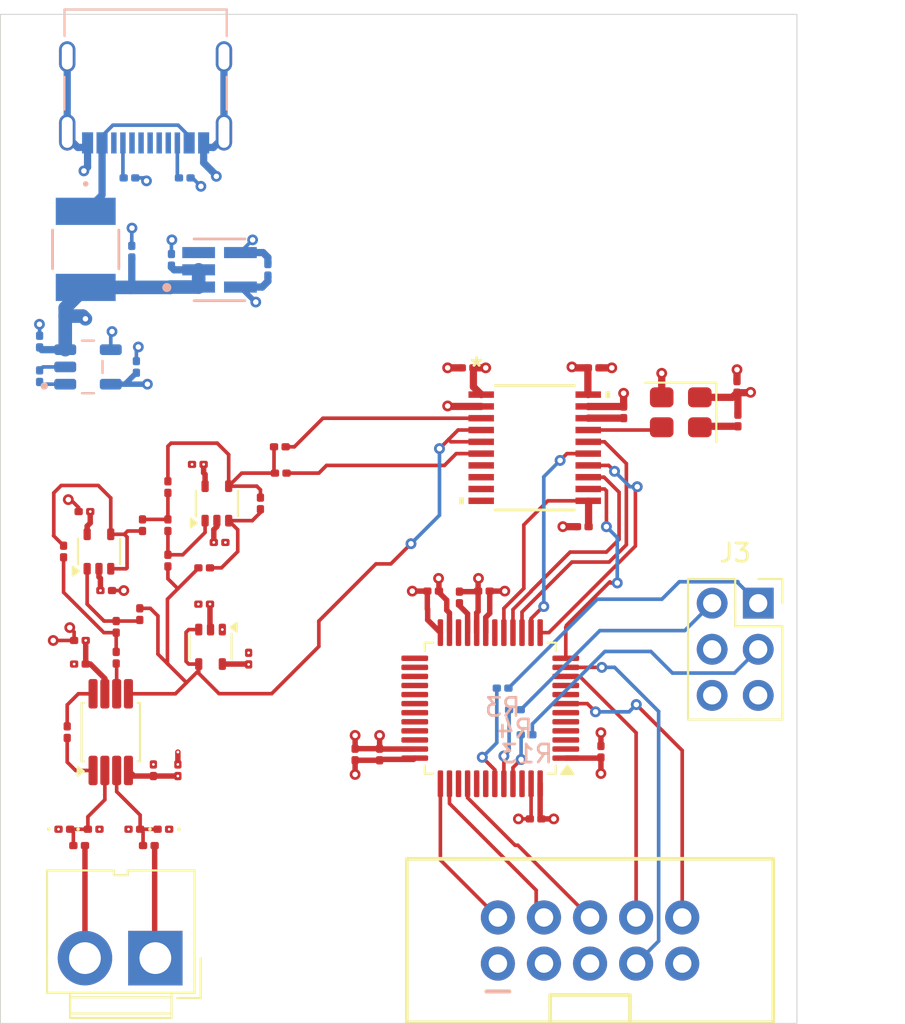
<source format=kicad_pcb>
(kicad_pcb (version 20241229) (generator "pcbnew") (generator_version "9.0")
  (title_block (title "PCB LAYOUT") (date "2026-01-04") (rev "0"))
  (layers (0 "F.Cu" signal) (4 "In1.Cu" signal) (6 "In2.Cu" signal) (2 "B.Cu" signal) (13 "F.Paste" user) (15 "B.Paste" user) (5 "F.SilkS" user "F.Silkscreen") (7 "B.SilkS" user "B.Silkscreen") (1 "F.Mask" user) (3 "B.Mask" user) (25 "Edge.Cuts" user))
  (net 0 "")
  (net 1 "-5V")
  (net 2 "GND")
  (net 3 "+5V")
  (net 4 "Net-(D3-A)")
  (net 5 "Net-(C10-Pad1)")
  (net 6 "Net-(U3-+)")
  (net 7 "Net-(D1-A)")
  (net 8 "/AFE/AFE_OUT")
  (net 9 "Net-(C21-Pad1)")
  (net 10 "Net-(U5-+)")
  (net 11 "V_Ref")
  (net 12 "3v3")
  (net 13 "Net-(U7-CFLY+)")
  (net 14 "Net-(U7-CFLY-)")
  (net 15 "Net-(U8-CAP)")
  (net 16 "Net-(U8-AIN0P)")
  (net 17 "Net-(Y1-Vdd)")
  (net 18 "Net-(U8-AIN1P)")
  (net 19 "/Power Supply System/V_BUS")
  (net 20 "Net-(J1-CC2)")
  (net 24 "Net-(J1-CC1)")
  (net 28 "Net-(J2-Pin_1)")
  (net 29 "Net-(J2-Pin_2)")
  (net 30 "Net-(C9-Pad1)")
  (net 31 "Net-(R5-Pad2)")
  (net 32 "Net-(R5-Pad1)")
  (net 33 "Net-(U3--)")
  (net 34 "Net-(U5--)")
  (net 35 "Net-(U11-VDDA)")
  (net 40 "/CLKIN")
  (net 51 "Net-(J3-Pin_3)")
  (net 53 "Net-(J3-Pin_2)")
  (net 57 "Net-(J3-Pin_1)")
  (net 68 "/*SYNC{slash}*RESET")
  (net 69 "/*CS")
  (net 70 "/DIN")
  (net 71 "/DOUT")
  (net 72 "/SCLK")
  (net 73 "/*DRDY")
  (net 74 "/RXI")
  (net 75 "/SWCLK")
  (net 76 "/SWDIO")
  (net 77 "/TXO")
  (net 78 "/RESET")
  (net 79 "/SWO")
  (net 80 "Net-(U11-PB6)")
  (net 81 "Net-(U11-PB7)")
  (net 82 "Net-(U11-PB8)")
  (footprint "Package_TO_SOT_SMD:SOT-353_SC-70-5" (layer "F.Cu") (at 139.21 96.05375 -90)
    (property "Reference" "U2" (hide yes))
    (property "Value" "OPA333xxDCK" (hide yes))
  )
  (footprint "Capacitor_SMD:C_0201_0603Metric" (layer "F.Cu") (at 136.06 102.85375 -90)
    (property "Reference" "C1" (hide yes))
    (property "Value" "0.1uF" (hide yes))
  )
  (footprint "Capacitor_SMD:C_0201_0603Metric" (layer "F.Cu") (at 161.98 83.135 -90)
    (property "Reference" "C40" (hide yes))
    (property "Value" "220uF" (hide yes))
  )
  (footprint "Capacitor_SMD:C_0201_0603Metric" (layer "F.Cu") (at 153.38 80.685 180)
    (property "Reference" "C36" (hide yes))
    (property "Value" "0.1uF" (hide yes))
  )
  (footprint "Capacitor_SMD:C_0201_0603Metric" (layer "F.Cu") (at 136.86 87.25375 90)
    (property "Reference" "C21" (hide yes))
    (property "Value" "0.1uF" (hide yes))
  )
  (footprint "Capacitor_SMD:C_0201_0603Metric" (layer "F.Cu") (at 132.01 97.00375)
    (property "Reference" "C4" (hide yes))
    (property "Value" "10uF" (hide yes))
  )
  (footprint "Diode_SMD:D_0201_0603Metric" (layer "F.Cu") (at 131.15125 106.10375)
    (property "Reference" "D1" (hide yes))
    (property "Value" "D_Schottky_Small_Filled" (hide yes))
  )
  (footprint "ARM-JTAG-SWD:ARM-JTAG-10-SWD-IDC" (layer "F.Cu") (at 160.13 112.235 90)
    (property "Reference" "U12" (hide yes))
    (property "Value" "ARM-JTAG-SWD" (hide yes))
  )
  (footprint "Capacitor_SMD:C_0201_0603Metric" (layer "F.Cu") (at 137.41 102.85375 -90)
    (property "Reference" "C2" (hide yes))
    (property "Value" "10uF" (hide yes))
  )
  (footprint "Resistor_SMD:R_0201_0603Metric" (layer "F.Cu") (at 135.31 94.25375 90)
    (property "Reference" "R1" (hide yes))
    (property "Value" "150K" (hide yes))
  )
  (footprint "Capacitor_SMD:C_0201_0603Metric" (layer "F.Cu") (at 139.71 90.30375 180)
    (property "Reference" "C25" (hide yes))
    (property "Value" "0.1uF" (hide yes))
  )
  (footprint "Resistor_SMD:R_0201_0603Metric" (layer "F.Cu") (at 135.81 107.00375 180)
    (property "Reference" "R7" (hide yes))
    (property "Value" "100K" (hide yes))
  )
  (footprint "Resistor_SMD:R_0201_0603Metric" (layer "F.Cu") (at 143.08 86.485)
    (property "Reference" "R20" (hide yes))
    (property "Value" "1K" (hide yes))
  )
  (footprint "Resistor_SMD:R_0201_0603Metric" (layer "F.Cu") (at 136.86 89.35375 -90)
    (property "Reference" "R9" (hide yes))
    (property "Value" "9.11K" (hide yes))
  )
  (footprint "Capacitor_SMD:C_0201_0603Metric" (layer "F.Cu") (at 132.26 88.60375)
    (property "Reference" "C12" (hide yes))
    (property "Value" "0.1uF" (hide yes))
  )
  (footprint "Capacitor_SMD:C_0201_0603Metric" (layer "F.Cu") (at 141.31 96.70375 -90)
    (property "Reference" "C8" (hide yes))
    (property "Value" "0.1uF" (hide yes))
  )
  (footprint "Package_SO:VSSOP-8_3x3mm_P0.65mm" (layer "F.Cu") (at 133.71 100.75375 90)
    (property "Reference" "U1" (hide yes))
    (property "Value" "INA333xxDGK" (hide yes))
  )
  (footprint "Resistor_SMD:R_0201_0603Metric" (layer "F.Cu") (at 131.96875 107.00375 180)
    (property "Reference" "R6" (hide yes))
    (property "Value" "100K" (hide yes))
  )
  (footprint "Resistor_SMD:R_0201_0603Metric" (layer "F.Cu") (at 138.86 91.70375 180)
    (property "Reference" "R19" (hide yes))
    (property "Value" "10K" (hide yes))
  )
  (footprint "Resistor_SMD:R_0201_0603Metric" (layer "F.Cu") (at 141.96 88.15375 90)
    (property "Reference" "R18" (hide yes))
    (property "Value" "40K" (hide yes))
  )
  (footprint "Diode_SMD:D_0201_0603Metric" (layer "F.Cu") (at 135.01 106.10375 180)
    (property "Reference" "D4" (hide yes))
    (property "Value" "D_Schottky_Small_Filled" (hide yes))
  )
  (footprint "Capacitor_SMD:C_0201_0603Metric" (layer "F.Cu") (at 133.46 92.95375 180)
    (property "Reference" "C13" (hide yes))
    (property "Value" "0.1uF" (hide yes))
  )
  (footprint "Resistor_SMD:R_0201_0603Metric" (layer "F.Cu") (at 152.93 93.335 -90)
    (property "Reference" "R22" (hide yes))
    (property "Value" "10" (hide yes))
  )
  (footprint "Resistor_SMD:R_0201_0603Metric" (layer "F.Cu") (at 143.03 85.035)
    (property "Reference" "R10" (hide yes))
    (property "Value" "1K" (hide yes))
  )
  (footprint "Resistor_SMD:R_0201_0603Metric" (layer "F.Cu") (at 131.31 100.75375 90)
    (property "Reference" "R5" (hide yes))
    (property "Value" "2K" (hide yes))
  )
  (footprint "ADS131M02:TSSOP20_PW_TEX" (layer "F.Cu") (at 157.08 85.085)
    (property "Reference" "U8" (hide yes))
    (property "Value" "ADS131M02IPWR" (hide yes))
  )
  (footprint "Capacitor_SMD:C_0201_0603Metric" (layer "F.Cu") (at 134.01 94.95375 90)
    (property "Reference" "C10" (hide yes))
    (property "Value" "0.1uF" (hide yes))
  )
  (footprint "Connector:JWT_A3963_1x02_P3.96mm_Vertical" (layer "F.Cu") (at 136.1675 113.20375 180)
    (property "Reference" "J2" (hide yes))
    (property "Value" "Conn_01x02_Pin" (hide yes))
  )
  (footprint "Package_TO_SOT_SMD:SOT-353_SC-70-5" (layer "F.Cu") (at 133.06 90.80375 90)
    (property "Reference" "U3" (hide yes))
    (property "Value" "OPA333xxDCK" (hide yes))
  )
  (footprint "Oscillator:Oscillator_SMD_Abracon_ASE-4Pin_3.2x2.5mm" (layer "F.Cu") (at 165.13 83.135 180)
    (property "Reference" "Y1" (hide yes))
    (property "Value" "ASE-8192MHz" (hide yes))
  )
  (footprint "Capacitor_SMD:C_0201_0603Metric" (layer "F.Cu") (at 151.48 92.985 180)
    (property "Reference" "C46" (hide yes))
    (property "Value" "100nF" (hide yes))
  )
  (footprint "Capacitor_SMD:C_0201_0603Metric" (layer "F.Cu") (at 148.53 101.985 -90)
    (property "Reference" "C44" (hide yes))
    (property "Value" "100nF" (hide yes))
  )
  (footprint "Resistor_SMD:R_0201_0603Metric" (layer "F.Cu") (at 135.46 89.35375 90)
    (property "Reference" "R8" (hide yes))
    (property "Value" "1.37K" (hide yes))
  )
  (footprint "Diode_SMD:D_0201_0603Metric" (layer "F.Cu") (at 136.61 106.10375 180)
    (property "Reference" "D3" (hide yes))
    (property "Value" "D_Schottky_Small_Filled" (hide yes))
  )
  (footprint "Capacitor_SMD:C_0201_0603Metric" (layer "F.Cu") (at 138.86 93.70375)
    (property "Reference" "C5" (hide yes))
    (property "Value" "0.1uF" (hide yes))
  )
  (footprint "Capacitor_SMD:C_0201_0603Metric" (layer "F.Cu") (at 132.01 95.70375)
    (property "Reference" "C3" (hide yes))
    (property "Value" "0.1uF" (hide yes))
  )
  (footprint "Capacitor_SMD:C_0201_0603Metric" (layer "F.Cu") (at 138.51 86.00375)
    (property "Reference" "C24" (hide yes))
    (property "Value" "0.1uF" (hide yes))
  )
  (footprint "Capacitor_SMD:C_0201_0603Metric" (layer "F.Cu") (at 168.28 83.585 -90)
    (property "Reference" "C42" (hide yes))
    (property "Value" "100nF" (hide yes))
  )
  (footprint "Diode_SMD:D_0201_0603Metric" (layer "F.Cu") (at 132.76875 106.10375)
    (property "Reference" "D2" (hide yes))
    (property "Value" "D_Schottky_Small_Filled" (hide yes))
  )
  (footprint "Capacitor_SMD:C_0201_0603Metric" (layer "F.Cu") (at 154.28 92.985 180)
    (property "Reference" "C45" (hide yes))
    (property "Value" "100nF" (hide yes))
  )
  (footprint "Resistor_SMD:R_0201_0603Metric" (layer "F.Cu") (at 131.11 90.80375 90)
    (property "Reference" "R2" (hide yes))
    (property "Value" "75K" (hide yes))
  )
  (footprint "Capacitor_SMD:C_0201_0603Metric" (layer "F.Cu") (at 157.13 105.535 180)
    (property "Reference" "C48" (hide yes))
    (property "Value" "100nF" (hide yes))
  )
  (footprint "Package_QFP:LQFP-48_7x7mm_P0.5mm" (layer "F.Cu") (at 154.63 99.435 180)
    (property "Reference" "U11" (hide yes))
    (property "Value" "STM32G431CBTx" (hide yes))
  )
  (footprint "Package_TO_SOT_SMD:SOT-353_SC-70-5" (layer "F.Cu") (at 139.56 88.15375 90)
    (property "Reference" "U5" (hide yes))
    (property "Value" "OPA333xxDCK" (hide yes))
  )
  (footprint "Capacitor_SMD:C_0201_0603Metric" (layer "F.Cu") (at 147.18 101.985 -90)
    (property "Reference" "C47" (hide yes))
    (property "Value" "1uF" (hide yes))
  )
  (footprint "Connector_PinSocket_2.54mm:PinSocket_2x03_P2.54mm_Vertical" (layer "F.Cu") (at 169.4 93.65)
    (property "Reference" "J3")
    (property "Value" "Conn_02x03_Top_Bottom")
  )
  (footprint "Capacitor_SMD:C_0201_0603Metric" (layer "F.Cu") (at 160.33 80.685)
    (property "Reference" "C34" (hide yes))
    (property "Value" "0.1uF" (hide yes))
  )
  (footprint "Capacitor_SMD:C_0201_0603Metric" (layer "F.Cu") (at 160.73 101.835 -90)
    (property "Reference" "C6" (hide yes))
    (property "Value" "0.1uF" (hide yes))
  )
  (footprint "Capacitor_SMD:C_0201_0603Metric" (layer "F.Cu") (at 136.86 91.30375 90)
    (property "Reference" "C22" (hide yes))
    (property "Value" "0.1uF" (hide yes))
  )
  (footprint "Resistor_SMD:R_0201_0603Metric" (layer "F.Cu") (at 159.73 89.435 180)
    (property "Reference" "R21" (hide yes))
    (property "Value" "10K" (hide yes))
  )
  (footprint "Capacitor_SMD:C_0201_0603Metric" (layer "F.Cu") (at 168.23 81.735 90)
    (property "Reference" "C39" (hide yes))
    (property "Value" "0.1uF" (hide yes))
  )
  (footprint "Capacitor_SMD:C_0201_0603Metric" (layer "F.Cu") (at 134.01 96.65375 90)
    (property "Reference" "C9" (hide yes))
    (property "Value" "0.1uF" (hide yes))
  )
  (footprint "TPS604:SOT95P280X145-5N" (layer "B.Cu") (at 132.456 80.635)
    (property "Reference" "U7" (hide yes))
    (property "Value" "TPS60403DBVR" (hide yes))
  )
  (footprint "Resistor_SMD:R_0201_0603Metric" (layer "B.Cu") (at 137.79 70.221)
    (property "Reference" "R11" (hide yes))
    (property "Value" "5.1K" (hide yes))
  )
  (footprint "TPS7A:DBV0005A-IPC_A" (layer "B.Cu") (at 139.705242 75.284999)
    (property "Reference" "U6" (hide yes))
    (property "Value" "TPS7A2033PDBVR" (hide yes))
  )
  (footprint "Resistor_SMD:R_0201_0603Metric" (layer "B.Cu") (at 155.31 98.33)
    (property "Reference" "R3")
    (property "Value" "100" (hide yes))
  )
  (footprint "Capacitor_SMD:C_0201_0603Metric" (layer "B.Cu") (at 129.789 81.143 90)
    (property "Reference" "C31" (hide yes))
    (property "Value" "10uF" (hide yes))
  )
  (footprint "Resistor_SMD:R_0201_0603Metric" (layer "B.Cu") (at 155.99 99.52)
    (property "Reference" "R4")
    (property "Value" "100" (hide yes))
  )
  (footprint "Capacitor_SMD:C_0201_0603Metric" (layer "B.Cu") (at 134.869 74.285 90)
    (property "Reference" "C28" (hide yes))
    (property "Value" "10uF" (hide yes))
  )
  (footprint "Resistor_SMD:R_0201_0603Metric" (layer "B.Cu") (at 134.742 70.221)
    (property "Reference" "R12" (hide yes))
    (property "Value" "5.1K" (hide yes))
  )
  (footprint "Capacitor_SMD:C_0201_0603Metric" (layer "B.Cu") (at 129.789 79.238 90)
    (property "Reference" "C30" (hide yes))
    (property "Value" "10uF" (hide yes))
  )
  (footprint "Capacitor_SMD:C_0201_0603Metric" (layer "B.Cu") (at 137.055242 74.734999 90)
    (property "Reference" "C27" (hide yes))
    (property "Value" "10uF" (hide yes))
  )
  (footprint "Resistor_SMD:R_0201_0603Metric" (layer "B.Cu") (at 156.63 100.9)
    (property "Reference" "R13")
    (property "Value" "100" (hide yes))
  )
  (footprint "Capacitor_SMD:C_0201_0603Metric" (layer "B.Cu") (at 135.123 80.635 90)
    (property "Reference" "C32" (hide yes))
    (property "Value" "10uF" (hide yes))
  )
  (footprint "MF-MSM:FUSE_F050-2" (layer "B.Cu") (at 132.329 74.158 -90)
    (property "Reference" "F1" (hide yes))
    (property "Value" "MF-MSMF050-2" (hide yes))
  )
  (footprint "Connector_USB:USB_C_Receptacle_Palconn_UTC16-G" (layer "B.Cu") (at 135.631 65.785)
    (property "Reference" "J1" (hide yes))
    (property "Value" "USB_C_Receptacle_Palconn_UTC16-G" (hide yes))
  )
  (footprint "Capacitor_SMD:C_0201_0603Metric" (layer "B.Cu") (at 142.372242 75.284999 90)
    (property "Reference" "C29" (hide yes))
    (property "Value" "10uF" (hide yes))
  )
  (gr_rect (start 127.63 61.212) (end 171.534 116.8) (stroke (width 0.05)) (fill no) (layer "Edge.Cuts"))
  (segment (start 139.18 95.07375) (end 139.21 95.10375) (width 0.3) (layer "F.Cu") (net 1))
  (segment (start 139.18 93.70375) (end 139.18 95.07375) (width 0.3) (layer "F.Cu") (net 1))
  (segment (start 133.06 92.20375) (end 133.14 92.28375) (width 0.3) (layer "F.Cu") (net 1))
  (segment (start 133.06 91.75375) (end 133.06 92.20375) (width 0.3) (layer "F.Cu") (net 1))
  (segment (start 139.56 89.428749) (end 139.39 89.598749) (width 0.3) (layer "F.Cu") (net 1))
  (segment (start 139.56 89.10375) (end 139.56 89.428749) (width 0.3) (layer "F.Cu") (net 1))
  (segment (start 134.685 102.86625) (end 134.9925 103.17375) (width 0.3) (layer "F.Cu") (net 1))
  (segment (start 134.9925 103.17375) (end 136.06 103.17375) (width 0.3) (layer "F.Cu") (net 1))
  (segment (start 136.06 103.17375) (end 137.41 103.17375) (width 0.3) (layer "F.Cu") (net 1))
  (segment (start 133.14 92.28375) (end 133.14 92.95375) (width 0.3) (layer "F.Cu") (net 1))
  (segment (start 139.39 89.598749) (end 139.39 90.30375) (width 0.3) (layer "F.Cu") (net 1))
  (via blind (at 137.41 103.17375) (size 0.25) (drill 0.15) (layers "F.Cu" "In2.Cu") (net 1))
  (via blind (at 139.18 93.70375) (size 0.25) (drill 0.15) (layers "F.Cu" "In2.Cu") (net 1))
  (via blind (at 139.39 90.30375) (size 0.25) (drill 0.15) (layers "F.Cu" "In2.Cu") (net 1))
  (via blind (at 133.14 92.95375) (size 0.25) (drill 0.15) (layers "F.Cu" "In2.Cu") (net 1))
  (via blind (at 134.69 106.10375) (size 0.25) (drill 0.15) (layers "F.Cu" "In2.Cu") (net 1))
  (via blind (at 133.08875 106.10375) (size 0.25) (drill 0.15) (layers "F.Cu" "In2.Cu") (net 1))
  (segment (start 135.73 81.585) (end 134.493 81.585) (width 0.3) (layer "B.Cu") (net 1))
  (segment (start 134.493 81.585) (end 135.123 80.955) (width 0.3) (layer "B.Cu") (net 1))
  (segment (start 133.711 81.585) (end 134.493 81.585) (width 0.3) (layer "B.Cu") (net 1))
  (segment (start 133.711 81.585) (end 133.73 81.585) (width 0.3) (layer "B.Cu") (net 1))
  (via blind (at 135.73 81.585) (size 0.6) (drill 0.3) (layers "In2.Cu" "B.Cu") (net 1))
  (segment (start 160.034947 82.815) (end 160.029948 82.810001) (width 0.4) (layer "F.Cu") (net 2))
  (segment (start 133.78 92.95375) (end 134.42875 92.95375) (width 0.2) (layer "F.Cu") (net 2))
  (segment (start 130.54 95.705) (end 130.53 95.715) (width 0.2) (layer "F.Cu") (net 2))
  (segment (start 131.5 87.945) (end 131.37 87.945) (width 0.2) (layer "F.Cu") (net 2))
  (segment (start 154.130052 82.810001) (end 152.305001 82.810001) (width 0.4) (layer "F.Cu") (net 2))
  (segment (start 161.98 82.815) (end 160.034947 82.815) (width 0.4) (layer "F.Cu") (net 2))
  (segment (start 168.23 80.785) (end 168.23 81.415) (width 0.4) (layer "F.Cu") (net 2))
  (segment (start 131.54 87.985) (end 131.94 88.385) (width 0.2) (layer "F.Cu") (net 2))
  (segment (start 164.08 80.985) (end 164.08 82.31) (width 0.4) (layer "F.Cu") (net 2))
  (segment (start 134.42875 92.95375) (end 134.43 92.955) (width 0.2) (layer "F.Cu") (net 2))
  (segment (start 154.6 92.985) (end 155.43 92.985) (width 0.3) (layer "F.Cu") (net 2))
  (segment (start 131.69 95.235) (end 131.45 94.995) (width 0.2) (layer "F.Cu") (net 2))
  (segment (start 152.23 93.485) (end 152.23 94.035) (width 0.3) (layer "F.Cu") (net 2))
  (segment (start 154.6 92.985) (end 154.6 94.210466) (width 0.3) (layer "F.Cu") (net 2))
  (segment (start 131.94 88.385) (end 131.94 88.60375) (width 0.2) (layer "F.Cu") (net 2))
  (segment (start 153.06 80.685) (end 152.28 80.685) (width 0.4) (layer "F.Cu") (net 2))
  (segment (start 151.8 92.985) (end 151.8 92.305) (width 0.3) (layer "F.Cu") (net 2))
  (segment (start 161.98 82.815) (end 161.98 82.085) (width 0.4) (layer "F.Cu") (net 2))
  (segment (start 131.68875 95.705) (end 130.54 95.705) (width 0.2) (layer "F.Cu") (net 2))
  (segment (start 137.41 101.85375) (end 137.41 102.53375) (width 0.3) (layer "F.Cu") (net 2))
  (segment (start 152.305001 82.810001) (end 152.28 82.785) (width 0.4) (layer "F.Cu") (net 2))
  (segment (start 156.88 103.5975) (end 156.88 105.465) (width 0.2) (layer "F.Cu") (net 2))
  (segment (start 154.38 94.430466) (end 154.38 95.2725) (width 0.3) (layer "F.Cu") (net 2))
  (segment (start 148.55 101.685) (end 148.53 101.665) (width 0.3) (layer "F.Cu") (net 2))
  (segment (start 156.88 105.465) (end 156.81 105.535) (width 0.2) (layer "F.Cu") (net 2))
  (segment (start 150.4675 101.685) (end 148.55 101.685) (width 0.3) (layer "F.Cu") (net 2))
  (segment (start 151.8 92.985) (end 151.8 93.055) (width 0.3) (layer "F.Cu") (net 2))
  (segment (start 152.38 94.185) (end 152.38 95.2725) (width 0.3) (layer "F.Cu") (net 2))
  (segment (start 152.23 94.035) (end 152.38 94.185) (width 0.3) (layer "F.Cu") (net 2))
  (segment (start 131.69 95.70375) (end 131.68875 95.705) (width 0.2) (layer "F.Cu") (net 2))
  (segment (start 160.73 101.515) (end 160.73 100.785) (width 0.3) (layer "F.Cu") (net 2))
  (segment (start 131.54 87.985) (end 131.5 87.945) (width 0.2) (layer "F.Cu") (net 2))
  (segment (start 148.53 101.665) (end 147.18 101.665) (width 0.3) (layer "F.Cu") (net 2))
  (segment (start 151.8 93.055) (end 152.23 93.485) (width 0.3) (layer "F.Cu") (net 2))
  (segment (start 151.8 92.305) (end 151.78 92.285) (width 0.3) (layer "F.Cu") (net 2))
  (segment (start 154.6 94.210466) (end 154.38 94.430466) (width 0.3) (layer "F.Cu") (net 2))
  (segment (start 148.53 100.935) (end 148.53 101.665) (width 0.3) (layer "F.Cu") (net 2))
  (segment (start 131.69 95.70375) (end 131.69 95.235) (width 0.2) (layer "F.Cu") (net 2))
  (segment (start 160.65 80.685) (end 161.33 80.685) (width 0.4) (layer "F.Cu") (net 2))
  (segment (start 147.18 100.935) (end 147.18 101.665) (width 0.3) (layer "F.Cu") (net 2))
  (segment (start 151.78 92.285) (end 151.761923 92.303077) (width 0.3) (layer "F.Cu") (net 2))
  (segment (start 156.81 105.535) (end 156.18 105.535) (width 0.2) (layer "F.Cu") (net 2))
  (via blind (at 136.06 102.53375) (size 0.25) (drill 0.15) (layers "F.Cu" "In1.Cu") (net 2))
  (via blind (at 134.43 92.955) (size 0.6) (drill 0.3) (layers "F.Cu" "In1.Cu") (net 2))
  (via blind (at 156.18 105.535) (size 0.6) (drill 0.3) (layers "F.Cu" "In1.Cu") (net 2))
  (via blind (at 137.41 101.85375) (size 0.25) (drill 0.15) (layers "F.Cu" "In1.Cu") (net 2))
  (via blind (at 139.86 95.10375) (size 0.25) (drill 0.15) (layers "F.Cu" "In1.Cu") (net 2))
  (via blind (at 148.53 100.935) (size 0.6) (drill 0.3) (layers "F.Cu" "In1.Cu") (net 2))
  (via blind (at 161.98 82.085) (size 0.6) (drill 0.3) (layers "F.Cu" "In1.Cu") (net 2))
  (via blind (at 151.78 92.285) (size 0.6) (drill 0.3) (layers "F.Cu" "In1.Cu") (net 2))
  (via blind (at 160.73 100.785) (size 0.6) (drill 0.3) (layers "F.Cu" "In1.Cu") (net 2))
  (via blind (at 152.28 80.685) (size 0.6) (drill 0.3) (layers "F.Cu" "In1.Cu") (net 2))
  (via blind (at 130.54 95.705) (size 0.6) (drill 0.3) (layers "F.Cu" "In1.Cu") (net 2))
  (via blind (at 131.37 87.945) (size 0.6) (drill 0.3) (layers "F.Cu" "In1.Cu") (net 2))
  (via blind (at 141.31 96.38375) (size 0.25) (drill 0.15) (layers "F.Cu" "In1.Cu") (net 2))
  (via blind (at 138.19 86.00375) (size 0.25) (drill 0.15) (layers "F.Cu" "In1.Cu") (net 2))
  (via blind (at 131.45 94.995) (size 0.6) (drill 0.3) (layers "F.Cu" "In1.Cu") (net 2))
  (via blind (at 161.33 80.685) (size 0.6) (drill 0.3) (layers "F.Cu" "In1.Cu") (net 2))
  (via blind (at 138.54 93.70375) (size 0.25) (drill 0.15) (layers "F.Cu" "In1.Cu") (net 2))
  (via blind (at 131.69 97.00375) (size 0.25) (drill 0.15) (layers "F.Cu" "In1.Cu") (net 2))
  (via blind (at 140.03 90.30375) (size 0.25) (drill 0.15) (layers "F.Cu" "In1.Cu") (net 2))
  (via blind (at 147.18 100.935) (size 0.6) (drill 0.3) (layers "F.Cu" "In1.Cu") (net 2))
  (via blind (at 155.43 92.985) (size 0.6) (drill 0.3) (layers "F.Cu" "In1.Cu") (net 2))
  (via blind (at 164.08 80.985) (size 0.6) (drill 0.3) (layers "F.Cu" "In1.Cu") (net 2))
  (via blind (at 152.28 82.785) (size 0.6) (drill 0.3) (layers "F.Cu" "In1.Cu") (net 2))
  (via blind (at 137.41 102.53375) (size 0.25) (drill 0.15) (layers "F.Cu" "In1.Cu") (net 2))
  (via blind (at 168.23 80.785) (size 0.6) (drill 0.3) (layers "F.Cu" "In1.Cu") (net 2))
  (segment (start 131.891 68.54) (end 131.311 67.96) (width 0.4) (layer "B.Cu") (net 2))
  (segment (start 139.28 69.835) (end 139.53 70.085) (width 0.4) (layer "B.Cu") (net 2))
  (segment (start 138.831 68.54) (end 138.831 69.386) (width 0.4) (layer "B.Cu") (net 2))
  (segment (start 137.055242 74.414999) (end 137.055242 73.659758) (width 0.2) (layer "B.Cu") (net 2))
  (segment (start 129.789 78.918) (end 129.789 78.294) (width 0.2) (layer "B.Cu") (net 2))
  (segment (start 140.855725 74.309275) (end 141.53 73.635) (width 0.2) (layer "B.Cu") (net 2))
  (segment (start 138.835 68.54) (end 139.371 68.54) (width 0.4) (layer "B.Cu") (net 2))
  (segment (start 160.13 113.505) (end 160.13 113.985) (width 0.75) (layer "B.Cu") (net 2))
  (segment (start 134.869 73.965) (end 134.869 72.996) (width 0.2) (layer "B.Cu") (net 2))
  (segment (start 133.711 79.685) (end 134.041 79.685) (width 0.2) (layer "B.Cu") (net 2))
  (segment (start 140.855725 74.334998) (end 141.742241 74.334998) (width 0.2) (layer "B.Cu") (net 2))
  (segment (start 138.831 68.54) (end 138.835 68.54) (width 0.4) (layer "B.Cu") (net 2))
  (segment (start 139.371 68.54) (end 139.951 67.96) (width 0.4) (layer "B.Cu") (net 2))
  (segment (start 129.789 78.294) (end 129.78 78.285) (width 0.2) (layer "B.Cu") (net 2))
  (segment (start 132.23 69.835) (end 132.431 69.634) (width 0.4) (layer "B.Cu") (net 2))
  (segment (start 138.11 70.221) (end 138.196101 70.221) (width 0.2) (layer "B.Cu") (net 2))
  (segment (start 134.041 79.685) (end 134.107 79.619) (width 0.2) (layer "B.Cu") (net 2))
  (segment (start 132.431 68.54) (end 131.891 68.54) (width 0.4) (layer "B.Cu") (net 2))
  (segment (start 133.711 79.685) (end 133.711 78.754) (width 0.2) (layer "B.Cu") (net 2))
  (segment (start 138.196101 70.221) (end 138.2 70.224899) (width 0.2) (layer "B.Cu") (net 2))
  (segment (start 140.855725 74.334998) (end 140.914241 74.334998) (width 0.2) (layer "B.Cu") (net 2))
  (segment (start 137.055242 74.414999) (end 137.018351 74.414999) (width 0.2) (layer "B.Cu") (net 2))
  (segment (start 135.062 70.221) (end 135.516 70.221) (width 0.2) (layer "B.Cu") (net 2))
  (segment (start 137.055242 73.659758) (end 137.08 73.635) (width 0.2) (layer "B.Cu") (net 2))
  (segment (start 131.311 67.96) (end 131.311 63.79) (width 0.4) (layer "B.Cu") (net 2))
  (segment (start 138.216 70.221) (end 138.68 70.685) (width 0.2) (layer "B.Cu") (net 2))
  (segment (start 138.11 70.221) (end 138.216 70.221) (width 0.2) (layer "B.Cu") (net 2))
  (segment (start 142.372242 74.964999) (end 142.372242 74.601999) (width 0.4) (layer "B.Cu") (net 2))
  (segment (start 134.869 73.878899) (end 134.872899 73.875) (width 0.2) (layer "B.Cu") (net 2))
  (segment (start 135.516 70.221) (end 135.68 70.385) (width 0.2) (layer "B.Cu") (net 2))
  (segment (start 138.831 69.386) (end 139.28 69.835) (width 0.4) (layer "B.Cu") (net 2))
  (segment (start 135.123 80.315) (end 135.123 79.642) (width 0.2) (layer "B.Cu") (net 2))
  (segment (start 134.869 73.965) (end 134.869 73.878899) (width 0.2) (layer "B.Cu") (net 2))
  (segment (start 139.53 70.085) (end 139.53 70.135) (width 0.4) (layer "B.Cu") (net 2))
  (segment (start 142.372242 74.601999) (end 142.105241 74.334998) (width 0.4) (layer "B.Cu") (net 2))
  (segment (start 134.869 72.996) (end 134.88 72.985) (width 0.2) (layer "B.Cu") (net 2))
  (segment (start 133.711 78.754) (end 133.78 78.685) (width 0.2) (layer "B.Cu") (net 2))
  (segment (start 142.105241 74.334998) (end 140.855725 74.334998) (width 0.4) (layer "B.Cu") (net 2))
  (segment (start 139.951 67.96) (end 139.951 63.79) (width 0.4) (layer "B.Cu") (net 2))
  (segment (start 135.123 79.642) (end 135.23 79.535) (width 0.2) (layer "B.Cu") (net 2))
  (segment (start 132.431 69.634) (end 132.431 68.54) (width 0.4) (layer "B.Cu") (net 2))
  (segment (start 140.855725 74.334998) (end 140.855725 74.309275) (width 0.2) (layer "B.Cu") (net 2))
  (via blind (at 135.23 79.535) (size 0.6) (drill 0.3) (layers "In1.Cu" "B.Cu") (net 2))
  (via blind (at 138.68 70.685) (size 0.6) (drill 0.3) (layers "In1.Cu" "B.Cu") (net 2))
  (via blind (at 141.53 73.635) (size 0.6) (drill 0.3) (layers "In1.Cu" "B.Cu") (net 2))
  (via blind (at 129.78 78.285) (size 0.6) (drill 0.3) (layers "In1.Cu" "B.Cu") (net 2))
  (via blind (at 139.53 70.135) (size 0.6) (drill 0.3) (layers "In1.Cu" "B.Cu") (net 2))
  (via blind (at 134.88 72.985) (size 0.6) (drill 0.3) (layers "In1.Cu" "B.Cu") (net 2))
  (via blind (at 133.78 78.685) (size 0.6) (drill 0.3) (layers "In1.Cu" "B.Cu") (net 2))
  (via blind (at 135.68 70.385) (size 0.6) (drill 0.3) (layers "In1.Cu" "B.Cu") (net 2))
  (via blind (at 137.08 73.635) (size 0.6) (drill 0.3) (layers "In1.Cu" "B.Cu") (net 2))
  (via blind (at 132.23 69.835) (size 0.6) (drill 0.3) (layers "In1.Cu" "B.Cu") (net 2))
  (segment (start 132.33 97.00375) (end 132.58663 97.00375) (width 0.3) (layer "F.Cu") (net 3))
  (segment (start 141.29 97.00375) (end 141.31 97.02375) (width 0.3) (layer "F.Cu") (net 3))
  (segment (start 138.91 86.55375) (end 138.83 86.47375) (width 0.3) (layer "F.Cu") (net 3))
  (segment (start 132.33 95.70375) (end 132.33 97.00375) (width 0.3) (layer "F.Cu") (net 3))
  (segment (start 138.83 86.47375) (end 138.83 86.00375) (width 0.3) (layer "F.Cu") (net 3))
  (segment (start 132.41 89.40375) (end 132.58 89.23375) (width 0.3) (layer "F.Cu") (net 3))
  (segment (start 133.385 97.80212) (end 133.385 98.64125) (width 0.3) (layer "F.Cu") (net 3))
  (segment (start 132.58663 97.00375) (end 133.385 97.80212) (width 0.3) (layer "F.Cu") (net 3))
  (segment (start 132.58 89.23375) (end 132.58 88.60375) (width 0.3) (layer "F.Cu") (net 3))
  (segment (start 132.41 89.85375) (end 132.41 89.40375) (width 0.3) (layer "F.Cu") (net 3))
  (segment (start 139.86 97.00375) (end 141.29 97.00375) (width 0.3) (layer "F.Cu") (net 3))
  (segment (start 138.91 87.20375) (end 138.91 86.55375) (width 0.3) (layer "F.Cu") (net 3))
  (via blind (at 136.93 106.10375) (size 0.25) (drill 0.15) (layers "F.Cu" "In2.Cu") (net 3))
  (via blind (at 141.31 97.02375) (size 0.25) (drill 0.15) (layers "F.Cu" "In2.Cu") (net 3))
  (via blind (at 138.83 86.00375) (size 0.25) (drill 0.15) (layers "F.Cu" "In2.Cu") (net 3))
  (via blind (at 132.58 88.60375) (size 0.25) (drill 0.15) (layers "F.Cu" "In2.Cu") (net 3))
  (via blind (at 132.33 95.70375) (size 0.25) (drill 0.15) (layers "F.Cu" "In2.Cu") (net 3))
  (via blind (at 130.83125 106.10375) (size 0.25) (drill 0.15) (layers "F.Cu" "In2.Cu") (net 3))
  (segment (start 131.201 77.835) (end 132.16375 77.835) (width 0.75) (layer "B.Cu") (net 3))
  (segment (start 134.869 76.2145) (end 134.83 76.2535) (width 0.4) (layer "B.Cu") (net 3))
  (segment (start 137.055242 75.054999) (end 137.055242 75.134999) (width 0.4) (layer "B.Cu") (net 3))
  (segment (start 131.074 79.558) (end 131.201 79.685) (width 0.2) (layer "B.Cu") (net 3))
  (segment (start 137.005241 76.235) (end 138.554759 76.235) (width 0.75) (layer "B.Cu") (net 3))
  (segment (start 129.916 79.685) (end 131.201 79.685) (width 0.4) (layer "B.Cu") (net 3))
  (segment (start 132.16375 77.835) (end 132.31375 77.985) (width 0.75) (layer "B.Cu") (net 3))
  (segment (start 131.201 77.835) (end 131.201 77.3815) (width 0.75) (layer "B.Cu") (net 3))
  (segment (start 138.554759 75.792999) (end 138.554759 75.284999) (width 0.75) (layer "B.Cu") (net 3))
  (segment (start 134.83 76.2535) (end 132.329 76.2535) (width 0.75) (layer "B.Cu") (net 3))
  (segment (start 137.055242 75.134999) (end 137.205242 75.284999) (width 0.4) (layer "B.Cu") (net 3))
  (segment (start 136.986741 76.2535) (end 137.005241 76.235) (width 0.75) (layer "B.Cu") (net 3))
  (segment (start 132.31375 76.26875) (end 132.329 76.2535) (width 0.75) (layer "B.Cu") (net 3))
  (segment (start 138.554759 76.235) (end 138.554759 75.792999) (width 0.75) (layer "B.Cu") (net 3))
  (segment (start 131.201 77.3815) (end 132.31375 76.26875) (width 0.75) (layer "B.Cu") (net 3))
  (segment (start 134.83 76.2535) (end 136.986741 76.2535) (width 0.75) (layer "B.Cu") (net 3))
  (segment (start 138.366759 75.604999) (end 138.554759 75.792999) (width 0.2) (layer "B.Cu") (net 3))
  (segment (start 131.201 79.685) (end 131.201 77.835) (width 0.75) (layer "B.Cu") (net 3))
  (segment (start 134.869 74.605) (end 134.869 76.2145) (width 0.4) (layer "B.Cu") (net 3))
  (segment (start 137.205242 75.284999) (end 138.554759 75.284999) (width 0.4) (layer "B.Cu") (net 3))
  (segment (start 129.789 79.558) (end 129.916 79.685) (width 0.4) (layer "B.Cu") (net 3))
  (via blind (at 132.31375 77.985) (size 0.6) (drill 0.3) (layers "In2.Cu" "B.Cu") (net 3))
  (segment (start 135.49 107.00375) (end 135.49 106.26375) (width 0.2) (layer "F.Cu") (net 4))
  (segment (start 134.035 104.02875) (end 134.035 102.86625) (width 0.2) (layer "F.Cu") (net 4))
  (segment (start 135.33 105.32375) (end 134.035 104.02875) (width 0.2) (layer "F.Cu") (net 4))
  (segment (start 136.29 106.10375) (end 135.33 106.10375) (width 0.2) (layer "F.Cu") (net 4))
  (segment (start 135.49 106.26375) (end 135.33 106.10375) (width 0.2) (layer "F.Cu") (net 4))
  (segment (start 135.33 106.10375) (end 135.33 105.32375) (width 0.2) (layer "F.Cu") (net 4))
  (segment (start 131.11 93.05375) (end 133.33 95.27375) (width 0.2) (layer "F.Cu") (net 5))
  (segment (start 134.01 96.33375) (end 134.01 95.27375) (width 0.2) (layer "F.Cu") (net 5))
  (segment (start 133.33 95.27375) (end 134.01 95.27375) (width 0.2) (layer "F.Cu") (net 5))
  (segment (start 131.11 91.12375) (end 131.11 93.05375) (width 0.2) (layer "F.Cu") (net 5))
  (segment (start 135.25 94.63375) (end 135.31 94.57375) (width 0.2) (layer "F.Cu") (net 6))
  (segment (start 133.34 94.63375) (end 132.41 93.70375) (width 0.2) (layer "F.Cu") (net 6))
  (segment (start 132.41 93.70375) (end 132.41 91.75375) (width 0.2) (layer "F.Cu") (net 6))
  (segment (start 134.01 94.63375) (end 135.25 94.63375) (width 0.2) (layer "F.Cu") (net 6))
  (segment (start 134.01 94.63375) (end 133.34 94.63375) (width 0.2) (layer "F.Cu") (net 6))
  (segment (start 133.385 104.47875) (end 133.385 102.86625) (width 0.2) (layer "F.Cu") (net 7))
  (segment (start 132.44875 106.10375) (end 131.47125 106.10375) (width 0.2) (layer "F.Cu") (net 7))
  (segment (start 132.44875 105.415) (end 133.385 104.47875) (width 0.2) (layer "F.Cu") (net 7))
  (segment (start 131.64875 106.95375) (end 131.64875 106.28125) (width 0.2) (layer "F.Cu") (net 7))
  (segment (start 132.44875 106.10375) (end 132.44875 105.415) (width 0.2) (layer "F.Cu") (net 7))
  (segment (start 131.64875 106.28125) (end 131.47125 106.10375) (width 0.2) (layer "F.Cu") (net 7))
  (segment (start 142.71 86.435) (end 142.76 86.485) (width 0.2) (layer "F.Cu") (net 8))
  (segment (start 140.21 85.465) (end 140.21 87.20375) (width 0.2) (layer "F.Cu") (net 8))
  (segment (start 140.92875 86.485) (end 142.76 86.485) (width 0.2) (layer "F.Cu") (net 8))
  (segment (start 142.71 85.035) (end 142.71 86.435) (width 0.2) (layer "F.Cu") (net 8))
  (segment (start 139.58 84.835) (end 140.21 85.465) (width 0.2) (layer "F.Cu") (net 8))
  (segment (start 141.96 87.40375) (end 141.76 87.20375) (width 0.2) (layer "F.Cu") (net 8))
  (segment (start 136.86 86.93375) (end 136.86 85.005) (width 0.2) (layer "F.Cu") (net 8))
  (segment (start 140.21 87.20375) (end 140.92875 86.485) (width 0.2) (layer "F.Cu") (net 8))
  (segment (start 137.03 84.835) (end 139.58 84.835) (width 0.2) (layer "F.Cu") (net 8))
  (segment (start 141.96 87.83375) (end 141.96 87.40375) (width 0.2) (layer "F.Cu") (net 8))
  (segment (start 136.86 85.005) (end 137.03 84.835) (width 0.2) (layer "F.Cu") (net 8))
  (segment (start 141.76 87.20375) (end 140.21 87.20375) (width 0.2) (layer "F.Cu") (net 8))
  (segment (start 135.46 89.03375) (end 136.86 89.03375) (width 0.2) (layer "F.Cu") (net 9))
  (segment (start 136.86 89.03375) (end 136.86 87.57375) (width 0.2) (layer "F.Cu") (net 9))
  (segment (start 138.91 89.10375) (end 138.91 89.75375) (width 0.2) (layer "F.Cu") (net 10))
  (segment (start 138.91 89.75375) (end 137.68 90.98375) (width 0.2) (layer "F.Cu") (net 10))
  (segment (start 137.68 90.98375) (end 136.86 90.98375) (width 0.2) (layer "F.Cu") (net 10))
  (segment (start 136.86 89.67375) (end 136.86 90.98375) (width 0.2) (layer "F.Cu") (net 10))
  (segment (start 138.56 95.10375) (end 138.01 95.10375) (width 0.2) (layer "F.Cu") (net 11))
  (segment (start 139.68 98.635) (end 138.56 97.515) (width 0.2) (layer "F.Cu") (net 11))
  (segment (start 152.33 84.635) (end 152.854999 84.110001) (width 0.2) (layer "F.Cu") (net 11))
  (segment (start 137.86 96.85375) (end 137.86 95.25375) (width 0.2) (layer "F.Cu") (net 11))
  (segment (start 151.83 85.135) (end 152.33 84.635) (width 0.2) (layer "F.Cu") (net 11))
  (segment (start 136.31 94.35375) (end 136.31 96.45375) (width 0.2) (layer "F.Cu") (net 11))
  (segment (start 136.86 92.30375) (end 136.86 91.62375) (width 0.2) (layer "F.Cu") (net 11))
  (segment (start 136.835 96.97875) (end 136.835 93.42875) (width 0.2) (layer "F.Cu") (net 11))
  (segment (start 138.56 97.00375) (end 138.01 97.00375) (width 0.2) (layer "F.Cu") (net 11))
  (segment (start 152.854999 84.110001) (end 154.130052 84.110001) (width 0.2) (layer "F.Cu") (net 11))
  (segment (start 138.54 91.72375) (end 138.54 91.70375) (width 0.2) (layer "F.Cu") (net 11))
  (segment (start 142.58 98.635) (end 139.68 98.635) (width 0.2) (layer "F.Cu") (net 11))
  (segment (start 135.31 93.93375) (end 135.89 93.93375) (width 0.2) (layer "F.Cu") (net 11))
  (segment (start 136.885 97.02875) (end 136.835 96.97875) (width 0.2) (layer "F.Cu") (net 11))
  (segment (start 135.89 93.93375) (end 136.31 94.35375) (width 0.2) (layer "F.Cu") (net 11))
  (segment (start 136.31 96.45375) (end 136.885 97.02875) (width 0.2) (layer "F.Cu") (net 11))
  (segment (start 138.56 97.515) (end 138.56 97.00375) (width 0.2) (layer "F.Cu") (net 11))
  (segment (start 138.01 97.00375) (end 137.86 96.85375) (width 0.2) (layer "F.Cu") (net 11))
  (segment (start 134.685 98.64125) (end 137.2725 98.64125) (width 0.2) (layer "F.Cu") (net 11))
  (segment (start 150.26 90.375) (end 149.15 91.485) (width 0.2) (layer "F.Cu") (net 11))
  (segment (start 145.18 96.035) (end 142.58 98.635) (width 0.2) (layer "F.Cu") (net 11))
  (segment (start 152.33 84.635) (end 152.454999 84.759999) (width 0.2) (layer "F.Cu") (net 11))
  (segment (start 136.885 97.02875) (end 137.885 98.02875) (width 0.2) (layer "F.Cu") (net 11))
  (segment (start 137.41 92.85375) (end 138.54 91.72375) (width 0.2) (layer "F.Cu") (net 11))
  (segment (start 149.15 91.485) (end 148.33 91.485) (width 0.2) (layer "F.Cu") (net 11))
  (segment (start 152.454999 84.759999) (end 154.130052 84.759999) (width 0.2) (layer "F.Cu") (net 11))
  (segment (start 148.33 91.485) (end 145.18 94.635) (width 0.2) (layer "F.Cu") (net 11))
  (segment (start 137.2725 98.64125) (end 137.885 98.02875) (width 0.2) (layer "F.Cu") (net 11))
  (segment (start 137.41 92.85375) (end 136.86 92.30375) (width 0.2) (layer "F.Cu") (net 11))
  (segment (start 145.18 94.635) (end 145.18 96.035) (width 0.2) (layer "F.Cu") (net 11))
  (segment (start 138.01 95.10375) (end 137.86 95.25375) (width 0.2) (layer "F.Cu") (net 11))
  (segment (start 138.56 97.35375) (end 138.56 97.00375) (width 0.2) (layer "F.Cu") (net 11))
  (segment (start 137.885 98.02875) (end 138.56 97.35375) (width 0.2) (layer "F.Cu") (net 11))
  (segment (start 136.835 93.42875) (end 137.41 92.85375) (width 0.2) (layer "F.Cu") (net 11))
  (via (at 150.26 90.375) (size 0.6) (drill 0.3) (layers "F.Cu" "B.Cu") (net 11))
  (via (at 151.83 85.135) (size 0.6) (drill 0.3) (layers "F.Cu" "B.Cu") (net 11))
  (segment (start 151.83 88.805) (end 151.83 85.135) (width 0.2) (layer "B.Cu") (net 11))
  (segment (start 150.26 90.375) (end 151.83 88.805) (width 0.2) (layer "B.Cu") (net 11))
  (segment (start 167.975 82.31) (end 168.23 82.055) (width 0.4) (layer "F.Cu") (net 12))
  (segment (start 150.4675 102.185) (end 150.3975 102.255) (width 0.3) (layer "F.Cu") (net 12))
  (segment (start 153.7 80.685) (end 153.7 81.729948) (width 0.4) (layer "F.Cu") (net 12))
  (segment (start 158.13 105.535) (end 157.45 105.535) (width 0.3) (layer "F.Cu") (net 12))
  (segment (start 159.41 89.435) (end 158.63 89.435) (width 0.4) (layer "F.Cu") (net 12))
  (segment (start 158.63 89.435) (end 158.63 89.485) (width 0.4) (layer "F.Cu") (net 12))
  (segment (start 153.7 81.729948) (end 154.130052 82.16) (width 0.4) (layer "F.Cu") (net 12))
  (segment (start 153.96 92.985) (end 153.96 94.105) (width 0.3) (layer "F.Cu") (net 12))
  (segment (start 160.7 102.185) (end 160.73 102.155) (width 0.3) (layer "F.Cu") (net 12))
  (segment (start 153.88 94.185) (end 153.88 95.2725) (width 0.3) (layer "F.Cu") (net 12))
  (segment (start 151.18 94.5725) (end 151.88 95.2725) (width 0.3) (layer "F.Cu") (net 12))
  (segment (start 160.01 82.140054) (end 160.01 80.685) (width 0.4) (layer "F.Cu") (net 12))
  (segment (start 147.18 103.085) (end 147.18 102.305) (width 0.3) (layer "F.Cu") (net 12))
  (segment (start 154.38 80.685) (end 153.7 80.685) (width 0.4) (layer "F.Cu") (net 12))
  (segment (start 158.7925 102.185) (end 160.7 102.185) (width 0.3) (layer "F.Cu") (net 12))
  (segment (start 150.3975 102.255) (end 148.48 102.255) (width 0.3) (layer "F.Cu") (net 12))
  (segment (start 151.18 93.985) (end 151.18 94.5725) (width 0.3) (layer "F.Cu") (net 12))
  (segment (start 159.18 80.685) (end 159.13 80.635) (width 0.4) (layer "F.Cu") (net 12))
  (segment (start 160.73 102.155) (end 160.73 103.035) (width 0.3) (layer "F.Cu") (net 12))
  (segment (start 157.38 103.5975) (end 157.38 105.515) (width 0.3) (layer "F.Cu") (net 12))
  (segment (start 151.16 92.985) (end 150.33 92.985) (width 0.3) (layer "F.Cu") (net 12))
  (segment (start 153.96 92.985) (end 153.96 92.305) (width 0.3) (layer "F.Cu") (net 12))
  (segment (start 153.96 94.105) (end 153.88 94.185) (width 0.3) (layer "F.Cu") (net 12))
  (segment (start 152.93 93.015) (end 153.93 93.015) (width 0.3) (layer "F.Cu") (net 12))
  (segment (start 168.28 83.265) (end 168.28 82.105) (width 0.4) (layer "F.Cu") (net 12))
  (segment (start 166.18 82.31) (end 167.975 82.31) (width 0.4) (layer "F.Cu") (net 12))
  (segment (start 151.16 92.985) (end 151.16 93.965) (width 0.3) (layer "F.Cu") (net 12))
  (segment (start 151.16 93.965) (end 151.18 93.985) (width 0.3) (layer "F.Cu") (net 12))
  (segment (start 160.01 80.685) (end 159.18 80.685) (width 0.4) (layer "F.Cu") (net 12))
  (segment (start 157.38 105.515) (end 157.4 105.535) (width 0.3) (layer "F.Cu") (net 12))
  (segment (start 168.23 82.055) (end 168.96 82.055) (width 0.4) (layer "F.Cu") (net 12))
  (segment (start 153.96 92.305) (end 153.98 92.285) (width 0.3) (layer "F.Cu") (net 12))
  (segment (start 168.96 82.055) (end 168.98 82.035) (width 0.4) (layer "F.Cu") (net 12))
  (segment (start 168.28 82.105) (end 168.23 82.055) (width 0.4) (layer "F.Cu") (net 12))
  (segment (start 147.18 102.305) (end 148.53 102.305) (width 0.3) (layer "F.Cu") (net 12))
  (segment (start 160.029948 82.160002) (end 160.01 82.140054) (width 0.4) (layer "F.Cu") (net 12))
  (segment (start 153.93 93.015) (end 153.96 92.985) (width 0.3) (layer "F.Cu") (net 12))
  (via blind (at 160.73 103.035) (size 0.6) (drill 0.3) (layers "F.Cu" "In2.Cu") (net 12))
  (via blind (at 153.98 92.285) (size 0.6) (drill 0.3) (layers "F.Cu" "In2.Cu") (net 12))
  (via blind (at 150.33 92.985) (size 0.6) (drill 0.3) (layers "F.Cu" "In2.Cu") (net 12))
  (via blind (at 159.13 80.635) (size 0.6) (drill 0.3) (layers "F.Cu" "In2.Cu") (net 12))
  (via blind (at 158.63 89.435) (size 0.6) (drill 0.3) (layers "F.Cu" "In2.Cu") (net 12))
  (via blind (at 168.98 82.035) (size 0.6) (drill 0.3) (layers "F.Cu" "In2.Cu") (net 12))
  (via blind (at 158.13 105.535) (size 0.6) (drill 0.3) (layers "F.Cu" "In2.Cu") (net 12))
  (via blind (at 147.18 103.085) (size 0.6) (drill 0.3) (layers "F.Cu" "In2.Cu") (net 12))
  (via blind (at 154.38 80.685) (size 0.6) (drill 0.3) (layers "F.Cu" "In2.Cu") (net 12))
  (segment (start 140.855725 76.235) (end 140.878242 76.235) (width 0.2) (layer "B.Cu") (net 12))
  (segment (start 142.372242 75.917999) (end 142.055241 76.235) (width 0.4) (layer "B.Cu") (net 12))
  (segment (start 142.372242 75.604999) (end 142.372242 75.917999) (width 0.4) (layer "B.Cu") (net 12))
  (segment (start 141.681604 77.060879) (end 140.855725 76.235) (width 0.3) (layer "B.Cu") (net 12))
  (segment (start 142.055241 76.235) (end 140.855725 76.235) (width 0.4) (layer "B.Cu") (net 12))
  (segment (start 141.704121 77.060879) (end 141.681604 77.060879) (width 0.3) (layer "B.Cu") (net 12))
  (via blind (at 141.704121 77.060879) (size 0.6) (drill 0.3) (layers "In2.Cu" "B.Cu") (net 12))
  (segment (start 129.911 81.585) (end 129.789 81.463) (width 0.2) (layer "B.Cu") (net 13))
  (segment (start 131.201 81.585) (end 129.911 81.585) (width 0.2) (layer "B.Cu") (net 13))
  (segment (start 131.201 80.635) (end 129.977 80.635) (width 0.2) (layer "B.Cu") (net 14))
  (segment (start 129.977 80.635) (end 129.789 80.823) (width 0.2) (layer "B.Cu") (net 14))
  (segment (start 160.03495 83.455) (end 160.029948 83.460002) (width 0.4) (layer "F.Cu") (net 15))
  (segment (start 161.98 83.455) (end 160.03495 83.455) (width 0.4) (layer "F.Cu") (net 15))
  (segment (start 154.130052 83.459999) (end 145.405001 83.459999) (width 0.2) (layer "F.Cu") (net 16))
  (segment (start 145.405001 83.459999) (end 143.83 85.035) (width 0.2) (layer "F.Cu") (net 16))
  (segment (start 143.83 85.035) (end 143.35 85.035) (width 0.2) (layer "F.Cu") (net 16))
  (segment (start 168.28 83.905) (end 166.235 83.905) (width 0.4) (layer "F.Cu") (net 17))
  (segment (start 166.235 83.905) (end 166.18 83.96) (width 0.4) (layer "F.Cu") (net 17))
  (segment (start 145.18 86.485) (end 145.605 86.06) (width 0.2) (layer "F.Cu") (net 18))
  (segment (start 152.105 86.06) (end 145.605 86.06) (width 0.2) (layer "F.Cu") (net 18))
  (segment (start 152.755002 85.409998) (end 152.105 86.06) (width 0.2) (layer "F.Cu") (net 18))
  (segment (start 152.755002 85.409998) (end 154.130052 85.409998) (width 0.2) (layer "F.Cu") (net 18))
  (segment (start 143.4 86.485) (end 145.18 86.485) (width 0.2) (layer "F.Cu") (net 18))
  (segment (start 138.031 68.54) (end 138.031 67.922) (width 0.2) (layer "B.Cu") (net 19))
  (segment (start 137.424 67.315) (end 133.826653 67.315) (width 0.2) (layer "B.Cu") (net 19))
  (segment (start 133.231 71.1605) (end 132.329 72.0625) (width 0.4) (layer "B.Cu") (net 19))
  (segment (start 133.231 67.910653) (end 133.231 68.54) (width 0.2) (layer "B.Cu") (net 19))
  (segment (start 133.826653 67.315) (end 133.231 67.910653) (width 0.2) (layer "B.Cu") (net 19))
  (segment (start 133.231 68.54) (end 133.231 71.1605) (width 0.4) (layer "B.Cu") (net 19))
  (segment (start 138.031 67.922) (end 137.424 67.315) (width 0.2) (layer "B.Cu") (net 19))
  (segment (start 137.381 70.132) (end 137.47 70.221) (width 0.2) (layer "B.Cu") (net 20))
  (segment (start 137.381 68.54) (end 137.381 70.132) (width 0.2) (layer "B.Cu") (net 20))
  (segment (start 134.381 68.54) (end 134.381 70.18) (width 0.2) (layer "B.Cu") (net 24))
  (segment (start 134.381 70.18) (end 134.422 70.221) (width 0.2) (layer "B.Cu") (net 24))
  (segment (start 134.422 70.155) (end 134.361 70.094) (width 0.2) (layer "B.Cu") (net 24))
  (segment (start 134.422 70.221) (end 134.422 70.155) (width 0.2) (layer "B.Cu") (net 24))
  (segment (start 136.13 113.16625) (end 136.1675 113.20375) (width 0.3) (layer "F.Cu") (net 28))
  (segment (start 136.13 107.00375) (end 136.13 113.16625) (width 0.3) (layer "F.Cu") (net 28))
  (segment (start 132.28875 113.2025) (end 132.2875 113.20375) (width 0.3) (layer "F.Cu") (net 29))
  (segment (start 132.28875 107.00375) (end 132.28875 113.2025) (width 0.3) (layer "F.Cu") (net 29))
  (segment (start 134.035 98.64125) (end 134.035 96.99875) (width 0.2) (layer "F.Cu") (net 30))
  (segment (start 134.035 96.99875) (end 134.01 96.97375) (width 0.2) (layer "F.Cu") (net 30))
  (segment (start 131.9225 98.64125) (end 131.31 99.25375) (width 0.2) (layer "F.Cu") (net 31))
  (segment (start 132.735 98.64125) (end 131.9225 98.64125) (width 0.2) (layer "F.Cu") (net 31))
  (segment (start 131.31 100.43375) (end 131.31 99.25375) (width 0.2) (layer "F.Cu") (net 31))
  (segment (start 131.7725 102.86625) (end 131.31 102.40375) (width 0.2) (layer "F.Cu") (net 32))
  (segment (start 132.735 102.86625) (end 131.7725 102.86625) (width 0.2) (layer "F.Cu") (net 32))
  (segment (start 131.31 102.40375) (end 131.31 101.07375) (width 0.2) (layer "F.Cu") (net 32))
  (segment (start 130.57 87.575) (end 130.57 89.92375) (width 0.2) (layer "F.Cu") (net 33))
  (segment (start 133.02125 87.165) (end 130.98 87.165) (width 0.2) (layer "F.Cu") (net 33))
  (segment (start 133.71 87.85375) (end 133.02125 87.165) (width 0.2) (layer "F.Cu") (net 33))
  (segment (start 134.46 89.85375) (end 134.61 90.00375) (width 0.2) (layer "F.Cu") (net 33))
  (segment (start 134.56 91.75375) (end 134.61 91.70375) (width 0.2) (layer "F.Cu") (net 33))
  (segment (start 133.71 89.85375) (end 133.71 87.85375) (width 0.2) (layer "F.Cu") (net 33))
  (segment (start 133.71 89.85375) (end 134.46 89.85375) (width 0.2) (layer "F.Cu") (net 33))
  (segment (start 134.61 91.70375) (end 134.61 90.00375) (width 0.2) (layer "F.Cu") (net 33))
  (segment (start 134.64 89.67375) (end 134.46 89.85375) (width 0.2) (layer "F.Cu") (net 33))
  (segment (start 130.57 89.92375) (end 130.56 89.93375) (width 0.2) (layer "F.Cu") (net 33))
  (segment (start 130.98 87.165) (end 130.57 87.575) (width 0.2) (layer "F.Cu") (net 33))
  (segment (start 135.46 89.67375) (end 134.64 89.67375) (width 0.2) (layer "F.Cu") (net 33))
  (segment (start 130.56 89.93375) (end 131.11 90.48375) (width 0.2) (layer "F.Cu") (net 33))
  (segment (start 133.71 91.75375) (end 134.56 91.75375) (width 0.2) (layer "F.Cu") (net 33))
  (segment (start 141.96 88.65375) (end 141.96 88.47375) (width 0.2) (layer "F.Cu") (net 34))
  (segment (start 140.21 89.10375) (end 141.51 89.10375) (width 0.2) (layer "F.Cu") (net 34))
  (segment (start 140.71 89.60375) (end 140.71 90.80375) (width 0.2) (layer "F.Cu") (net 34))
  (segment (start 141.51 89.10375) (end 141.96 88.65375) (width 0.2) (layer "F.Cu") (net 34))
  (segment (start 140.71 90.80375) (end 139.81 91.70375) (width 0.2) (layer "F.Cu") (net 34))
  (segment (start 139.81 91.70375) (end 139.18 91.70375) (width 0.2) (layer "F.Cu") (net 34))
  (segment (start 140.21 89.10375) (end 140.71 89.60375) (width 0.2) (layer "F.Cu") (net 34))
  (segment (start 153.38 94.235) (end 153.38 95.2725) (width 0.3) (layer "F.Cu") (net 35))
  (segment (start 152.93 93.655) (end 152.93 93.785) (width 0.3) (layer "F.Cu") (net 35))
  (segment (start 152.93 93.785) (end 153.38 94.235) (width 0.3) (layer "F.Cu") (net 35))
  (segment (start 163.929999 84.110001) (end 160.029948 84.110001) (width 0.2) (layer "F.Cu") (net 40))
  (segment (start 164.08 83.96) (end 163.929999 84.110001) (width 0.2) (layer "F.Cu") (net 40))
  (segment (start 160.946479 96.31) (end 156.95 100.306479) (width 0.2) (layer "B.Cu") (net 51))
  (segment (start 169.4 96.19) (end 168.09 97.5) (width 0.2) (layer "B.Cu") (net 51))
  (segment (start 164.67 97.5) (end 163.48 96.31) (width 0.2) (layer "B.Cu") (net 51))
  (segment (start 168.09 97.5) (end 164.67 97.5) (width 0.2) (layer "B.Cu") (net 51))
  (segment (start 163.48 96.31) (end 160.946479 96.31) (width 0.2) (layer "B.Cu") (net 51))
  (segment (start 156.95 100.306479) (end 156.95 100.9) (width 0.2) (layer "B.Cu") (net 51))
  (segment (start 165.35 95.16) (end 160.67 95.16) (width 0.2) (layer "B.Cu") (net 53))
  (segment (start 156.31 99.52) (end 160.67 95.16) (width 0.2) (layer "B.Cu") (net 53))
  (segment (start 166.86 93.65) (end 165.35 95.16) (width 0.2) (layer "B.Cu") (net 53))
  (segment (start 168.28 92.47) (end 168.28 92.53) (width 0.2) (layer "B.Cu") (net 57))
  (segment (start 168.28 92.53) (end 169.4 93.65) (width 0.2) (layer "B.Cu") (net 57))
  (segment (start 165.05 92.47) (end 168.28 92.47) (width 0.2) (layer "B.Cu") (net 57))
  (segment (start 164.089 93.431) (end 165.05 92.47) (width 0.2) (layer "B.Cu") (net 57))
  (segment (start 155.63 98.33) (end 160.529 93.431) (width 0.2) (layer "B.Cu") (net 57))
  (segment (start 160.529 93.431) (end 164.089 93.431) (width 0.2) (layer "B.Cu") (net 57))
  (segment (start 156.48 89.335) (end 157.805 88.01) (width 0.2) (layer "F.Cu") (net 68))
  (segment (start 155.38 95.2725) (end 155.38 93.935) (width 0.2) (layer "F.Cu") (net 68))
  (segment (start 160.05 89.435) (end 160.05 88.030052) (width 0.4) (layer "F.Cu") (net 68))
  (segment (start 155.38 93.935) (end 156.48 92.835) (width 0.2) (layer "F.Cu") (net 68))
  (segment (start 157.805 88.01) (end 160.029948 88.01) (width 0.2) (layer "F.Cu") (net 68))
  (segment (start 156.48 92.835) (end 156.48 89.335) (width 0.2) (layer "F.Cu") (net 68))
  (segment (start 158.7925 96.685) (end 158.7925 94.9725) (width 0.2) (layer "F.Cu") (net 69))
  (segment (start 158.83 94.8692) (end 161.2221 92.4771) (width 0.2) (layer "F.Cu") (net 69))
  (segment (start 161.032997 87.461002) (end 160.931997 87.360002) (width 0.2) (layer "F.Cu") (net 69))
  (segment (start 161.28 92.535) (end 161.63 92.535) (width 0.2) (layer "F.Cu") (net 69))
  (segment (start 161.03 89.435) (end 161.032997 89.432003) (width 0.2) (layer "F.Cu") (net 69))
  (segment (start 161.032997 89.432003) (end 161.032997 87.461002) (width 0.2) (layer "F.Cu") (net 69))
  (segment (start 158.83 94.935) (end 158.83 94.8692) (width 0.2) (layer "F.Cu") (net 69))
  (segment (start 161.2221 92.4771) (end 161.28 92.535) (width 0.2) (layer "F.Cu") (net 69))
  (segment (start 158.7925 94.9725) (end 158.83 94.935) (width 0.2) (layer "F.Cu") (net 69))
  (segment (start 160.931997 87.360002) (end 160.029948 87.360002) (width 0.2) (layer "F.Cu") (net 69))
  (via blind (at 161.03 89.435) (size 0.6) (drill 0.3) (layers "F.Cu" "B.Cu") (net 69))
  (via blind (at 161.63 92.535) (size 0.6) (drill 0.3) (layers "F.Cu" "B.Cu") (net 69))
  (segment (start 161.63 90.035) (end 161.03 89.435) (width 0.2) (layer "B.Cu") (net 69))
  (segment (start 161.63 92.535) (end 161.63 90.035) (width 0.2) (layer "B.Cu") (net 69))
  (segment (start 161.18 91.385) (end 162.131 90.434) (width 0.2) (layer "F.Cu") (net 70))
  (segment (start 159.13 91.385) (end 161.18 91.385) (width 0.2) (layer "F.Cu") (net 70))
  (segment (start 156.38 94.135) (end 159.13 91.385) (width 0.2) (layer "F.Cu") (net 70))
  (segment (start 162.131 90.434) (end 162.131 85.959005) (width 0.2) (layer "F.Cu") (net 70))
  (segment (start 156.38 95.2725) (end 156.38 94.135) (width 0.2) (layer "F.Cu") (net 70))
  (segment (start 160.931997 84.760002) (end 160.029948 84.760002) (width 0.2) (layer "F.Cu") (net 70))
  (segment (start 162.131 85.959005) (end 160.931997 84.760002) (width 0.2) (layer "F.Cu") (net 70))
  (segment (start 158.854999 85.410001) (end 160.029948 85.410001) (width 0.2) (layer "F.Cu") (net 71))
  (segment (start 156.88 95.2725) (end 156.88 94.501176) (width 0.2) (layer "F.Cu") (net 71))
  (segment (start 158.48 85.785) (end 158.854999 85.410001) (width 0.2) (layer "F.Cu") (net 71))
  (segment (start 156.88 94.501176) (end 157.546176 93.835) (width 0.2) (layer "F.Cu") (net 71))
  (segment (start 157.546176 93.835) (end 157.58 93.835) (width 0.2) (layer "F.Cu") (net 71))
  (via blind (at 157.58 93.835) (size 0.6) (drill 0.3) (layers "F.Cu" "B.Cu") (net 71))
  (via blind (at 158.48 85.785) (size 0.6) (drill 0.3) (layers "F.Cu" "B.Cu") (net 71))
  (segment (start 157.58 86.685) (end 158.48 85.785) (width 0.2) (layer "B.Cu") (net 71))
  (segment (start 157.58 93.835) (end 157.58 86.685) (width 0.2) (layer "B.Cu") (net 71))
  (segment (start 162.63 87.235) (end 162.731 87.235) (width 0.2) (layer "F.Cu") (net 72))
  (segment (start 161.155002 86.060002) (end 160.029948 86.060002) (width 0.2) (layer "F.Cu") (net 72))
  (segment (start 161.48 86.385) (end 161.155002 86.060002) (width 0.2) (layer "F.Cu") (net 72))
  (segment (start 157.8596 95.2725) (end 162.63 90.5021) (width 0.2) (layer "F.Cu") (net 72))
  (segment (start 157.38 95.2725) (end 157.8596 95.2725) (width 0.2) (layer "F.Cu") (net 72))
  (segment (start 162.63 90.5021) (end 162.63 87.235) (width 0.2) (layer "F.Cu") (net 72))
  (via blind (at 161.48 86.385) (size 0.6) (drill 0.3) (layers "F.Cu" "B.Cu") (net 72))
  (via blind (at 162.731 87.235) (size 0.6) (drill 0.3) (layers "F.Cu" "B.Cu") (net 72))
  (segment (start 162.731 87.235) (end 162.33 87.235) (width 0.2) (layer "B.Cu") (net 72))
  (segment (start 162.33 87.235) (end 161.48 86.385) (width 0.2) (layer "B.Cu") (net 72))
  (segment (start 160.905001 86.710001) (end 160.029948 86.710001) (width 0.2) (layer "F.Cu") (net 73))
  (segment (start 161.73 87.535) (end 160.905001 86.710001) (width 0.2) (layer "F.Cu") (net 73))
  (segment (start 159.03 90.835) (end 161.03 90.835) (width 0.2) (layer "F.Cu") (net 73))
  (segment (start 155.88 94.0021) (end 156.881 93.0011) (width 0.2) (layer "F.Cu") (net 73))
  (segment (start 156.881 92.984) (end 159.03 90.835) (width 0.2) (layer "F.Cu") (net 73))
  (segment (start 156.881 93.0011) (end 156.881 92.984) (width 0.2) (layer "F.Cu") (net 73))
  (segment (start 161.73 90.135) (end 161.73 87.535) (width 0.2) (layer "F.Cu") (net 73))
  (segment (start 155.88 95.2725) (end 155.88 94.0021) (width 0.2) (layer "F.Cu") (net 73))
  (segment (start 161.03 90.835) (end 161.73 90.135) (width 0.2) (layer "F.Cu") (net 73))
  (segment (start 160.78 97.185) (end 158.7925 97.185) (width 0.2) (layer "F.Cu") (net 74))
  (via blind (at 160.78 97.185) (size 0.6) (drill 0.3) (layers "F.Cu" "B.Cu") (net 74))
  (segment (start 161.479943 97.185) (end 163.9108 99.615857) (width 0.2) (layer "B.Cu") (net 74))
  (segment (start 163.9108 99.615857) (end 163.9108 112.2642) (width 0.2) (layer "B.Cu") (net 74))
  (segment (start 163.9108 112.2642) (end 162.67 113.505) (width 0.2) (layer "B.Cu") (net 74))
  (segment (start 160.78 97.185) (end 161.479943 97.185) (width 0.2) (layer "B.Cu") (net 74))
  (segment (start 157.161 109.465) (end 152.38 104.684) (width 0.2) (layer "F.Cu") (net 75))
  (segment (start 157.59 110.965) (end 157.161 110.965) (width 0.2) (layer "F.Cu") (net 75))
  (segment (start 152.38 104.684) (end 152.38 103.5975) (width 0.2) (layer "F.Cu") (net 75))
  (segment (start 157.161 109.465) (end 157.161 110.536) (width 0.2) (layer "F.Cu") (net 75))
  (segment (start 157.161 110.536) (end 157.59 110.965) (width 0.2) (layer "F.Cu") (net 75))
  (segment (start 151.88 107.795) (end 155.05 110.965) (width 0.2) (layer "F.Cu") (net 76))
  (segment (start 151.88 103.5975) (end 151.88 107.795) (width 0.2) (layer "F.Cu") (net 76))
  (segment (start 162.67 100.791176) (end 162.67 110.965) (width 0.2) (layer "F.Cu") (net 77))
  (segment (start 159.563824 97.685) (end 162.67 100.791176) (width 0.2) (layer "F.Cu") (net 77))
  (segment (start 158.7925 97.685) (end 159.563824 97.685) (width 0.2) (layer "F.Cu") (net 77))
  (segment (start 159.98 99.185) (end 158.7925 99.185) (width 0.2) (layer "F.Cu") (net 78))
  (segment (start 165.21 101.765) (end 165.21 110.965) (width 0.2) (layer "F.Cu") (net 78))
  (segment (start 162.68 99.235) (end 165.21 101.765) (width 0.2) (layer "F.Cu") (net 78))
  (segment (start 160.43 99.635) (end 159.98 99.185) (width 0.2) (layer "F.Cu") (net 78))
  (via blind (at 160.43 99.635) (size 0.6) (drill 0.3) (layers "F.Cu" "B.Cu") (net 78))
  (via blind (at 162.68 99.235) (size 0.6) (drill 0.3) (layers "F.Cu" "B.Cu") (net 78))
  (segment (start 162.28 99.635) (end 160.43 99.635) (width 0.2) (layer "B.Cu") (net 78))
  (segment (start 162.68 99.235) (end 162.28 99.635) (width 0.2) (layer "B.Cu") (net 78))
  (segment (start 153.38 103.5975) (end 153.38 104.368824) (width 0.2) (layer "F.Cu") (net 79))
  (segment (start 155.996176 106.985) (end 156.15 106.985) (width 0.2) (layer "F.Cu") (net 79))
  (segment (start 153.38 104.368824) (end 155.996176 106.985) (width 0.2) (layer "F.Cu") (net 79))
  (segment (start 156.15 106.985) (end 160.13 110.965) (width 0.2) (layer "F.Cu") (net 79))
  (segment (start 154.88 102.83) (end 154.19 102.14) (width 0.2) (layer "F.Cu") (net 80))
  (segment (start 154.88 103.5975) (end 154.88 102.83) (width 0.2) (layer "F.Cu") (net 80))
  (via blind (at 154.19 102.14) (size 0.6) (drill 0.3) (layers "F.Cu" "B.Cu") (net 80))
  (segment (start 154.19 102.14) (end 154.99 101.34) (width 0.2) (layer "B.Cu") (net 80))
  (segment (start 154.99 101.34) (end 154.99 98.33) (width 0.2) (layer "B.Cu") (net 80))
  (segment (start 155.38 103.5975) (end 155.38 102.07) (width 0.2) (layer "F.Cu") (net 81))
  (via blind (at 155.38 102.07) (size 0.6) (drill 0.3) (layers "F.Cu" "B.Cu") (net 81))
  (segment (start 155.38 102.07) (end 155.67 101.78) (width 0.2) (layer "B.Cu") (net 81))
  (segment (start 155.67 101.78) (end 155.67 99.52) (width 0.2) (layer "B.Cu") (net 81))
  (segment (start 155.88 102.71) (end 156.33 102.26) (width 0.2) (layer "F.Cu") (net 82))
  (segment (start 155.88 103.5975) (end 155.88 102.71) (width 0.2) (layer "F.Cu") (net 82))
  (via blind (at 156.33 102.26) (size 0.6) (drill 0.3) (layers "F.Cu" "B.Cu") (net 82))
  (segment (start 156.33 102.26) (end 156.33 100.92) (width 0.2) (layer "B.Cu") (net 82))
  (segment (start 156.33 100.92) (end 156.31 100.9) (width 0.2) (layer "B.Cu") (net 82))
)
</source>
